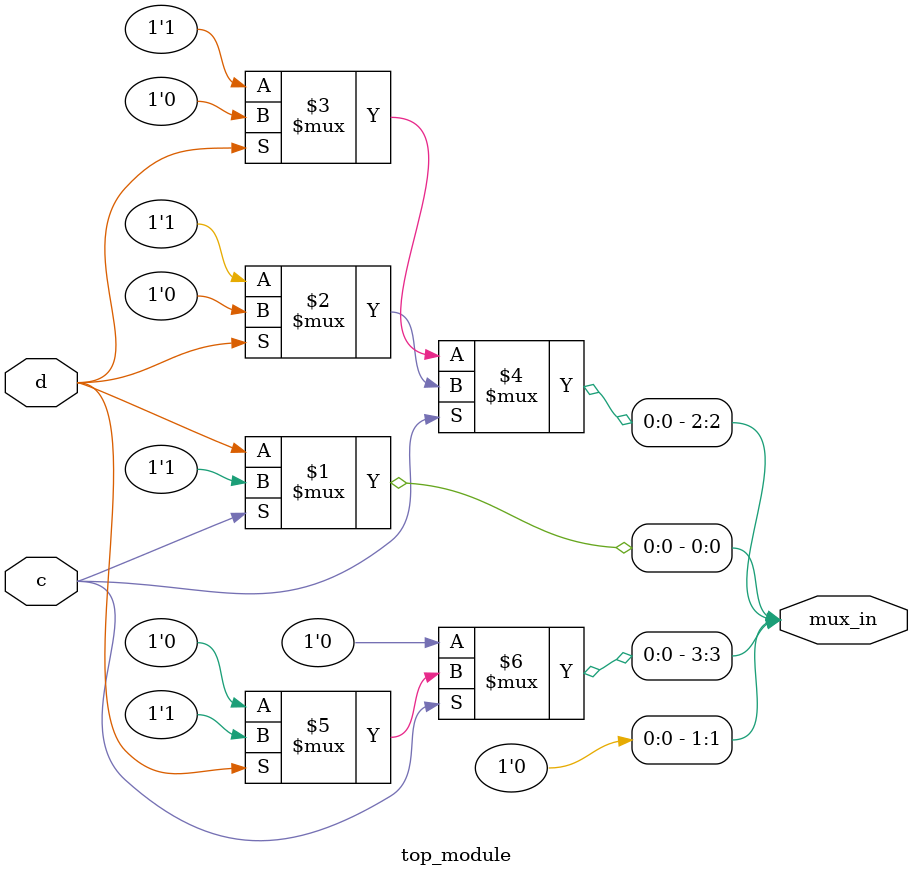
<source format=v>
module top_module (
    input c,
    input d,
    output [3:0] mux_in
); 
    assign mux_in[0]=c?1'b1:d;
    assign mux_in[1]=1'b0;
    assign mux_in[2]=c?(d?1'b0:1'b1):(d?1'b0:1'b1);
    assign mux_in[3]=c?(d?1'b1:1'b0):1'b0;
    
endmodule

</source>
